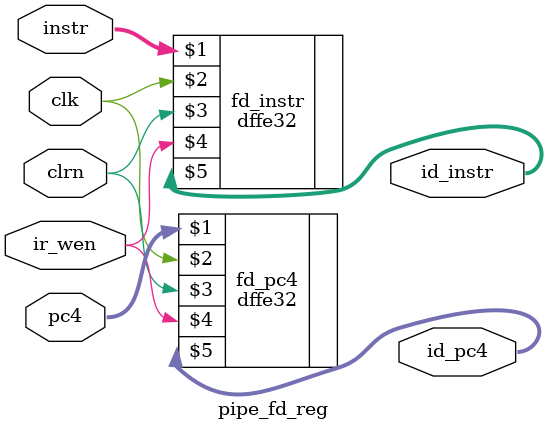
<source format=v>
`timescale 1ns / 1ps


module pipe_fd_reg #(parameter WIDTH=32)(
    input clk,
    input clrn,
    input ir_wen,
    input [WIDTH-1:0] pc4,
    input [WIDTH-1:0] instr,
    output [WIDTH-1:0] id_pc4,
    output [WIDTH-1:0] id_instr);

    dffe32 fd_pc4(pc4,clk,clrn,ir_wen,id_pc4);
    dffe32 fd_instr(instr,clk,clrn,ir_wen,id_instr);
endmodule
</source>
